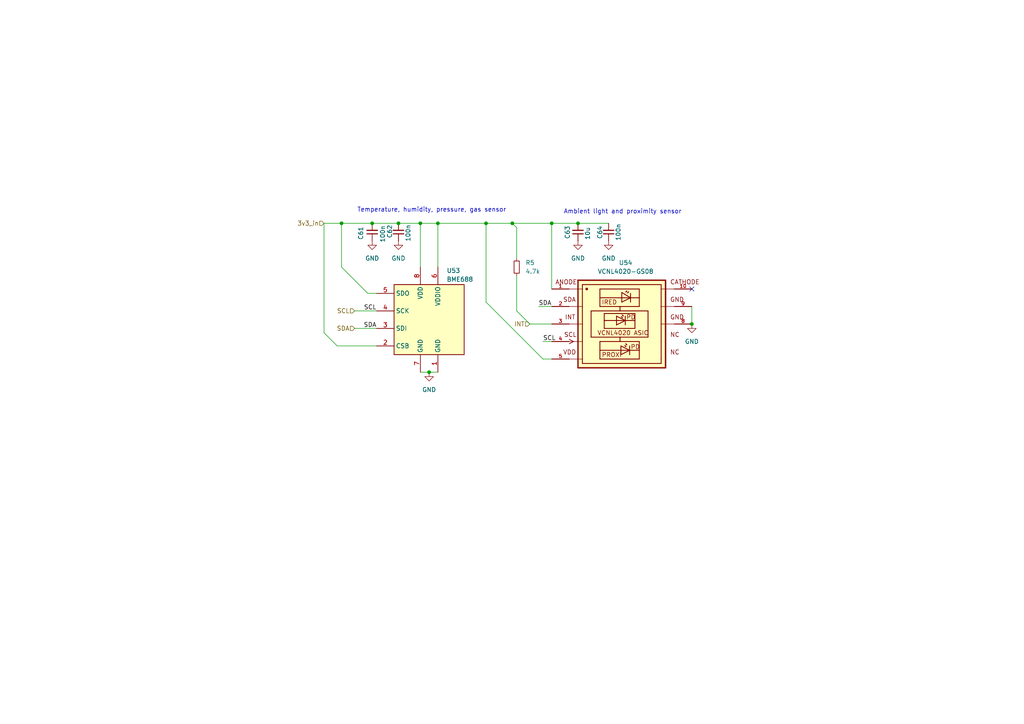
<source format=kicad_sch>
(kicad_sch (version 20250114) (generator "eeschema") (generator_version "9.0")
  (paper "A4")
  (title_block (title "QNOB") (date "2025-04-17") (rev "0.5") (company "12M Design") (comment 1 "Alper Basaran"))
  (lib_symbols
    (symbol "Device:C_Small" (pin_numbers (hide yes)) (pin_names (offset 0.254) (hide yes))
      (property "Reference" "C" (at 0.254 1.778 0))
      (property "Value" "C_Small" (at 0.254 -2.032 0))
      (symbol "C_Small_0_1"
        (polyline (pts (xy -1.524 0.508) (xy 1.524 0.508)) (stroke (width 0.3048)))
        (polyline (pts (xy -1.524 -0.508) (xy 1.524 -0.508)) (stroke (width 0.3302)))
      )
      (symbol "C_Small_1_1"
        (pin passive line (at 0 2.54 270) (length 2.032) (name "~") (number "1"))
        (pin passive line (at 0 -2.54 90) (length 2.032) (name "~") (number "2"))
      )
    )
    (symbol "Device:R_Small" (pin_numbers (hide yes)) (pin_names (offset 0.254) (hide yes))
      (property "Reference" "R" (at 0.762 0.508 0))
      (property "Value" "R_Small" (at 0.762 -1.016 0))
      (symbol "R_Small_0_1"
        (rectangle (start -0.762 1.778) (end 0.762 -1.778) (stroke (width 0.2032)))
      )
      (symbol "R_Small_1_1"
        (pin passive line (at 0 2.54 270) (length 0.762) (name "~") (number "1"))
        (pin passive line (at 0 -2.54 90) (length 0.762) (name "~") (number "2"))
      )
    )
    (symbol "Sensor:BME680"
      (property "Reference" "U" (at -8.89 11.43 0))
      (property "Value" "BME680" (at 7.62 11.43 0))
      (symbol "BME680_0_1"
        (rectangle (start -10.16 10.16) (end 10.16 -10.16) (stroke (width 0.254)) (fill (type background)))
      )
      (symbol "BME680_1_1"
        (pin power_in line (at -2.54 15.24 270) (length 5.08) (name "VDDIO") (number "6"))
        (pin power_in line (at -2.54 -15.24 90) (length 5.08) (name "GND") (number "1"))
        (pin power_in line (at 2.54 15.24 270) (length 5.08) (name "VDD") (number "8"))
        (pin power_in line (at 2.54 -15.24 90) (length 5.08) (name "GND") (number "7"))
        (pin bidirectional line (at 15.24 7.62 180) (length 5.08) (name "SDO") (number "5"))
        (pin input line (at 15.24 2.54 180) (length 5.08) (name "SCK") (number "4"))
        (pin bidirectional line (at 15.24 -2.54 180) (length 5.08) (name "SDI") (number "3"))
        (pin input line (at 15.24 -7.62 180) (length 5.08) (name "CSB") (number "2"))
      )
    )
    (symbol "custom_sensors:VCNL4020-GS08" (pin_names (offset 1.016))
      (property "Reference" "U" (at -5.0883 13.9929 0))
      (property "Value" "VCNL4020-GS08" (at -6.3577 -15.2585 0))
      (symbol "VCNL4020-GS08_0_0"
        (rectangle (start -12.7 -12.7) (end 12.7 12.7) (stroke (width 0.4064)) (fill (type background)))
        (polyline (pts (xy -11.43 11.43) (xy -11.43 10.16)) (stroke (width 0.254)))
        (polyline (pts (xy -11.43 10.16) (xy -20.32 10.16)) (stroke (width 0.1524)))
        (polyline (pts (xy -11.43 10.16) (xy -11.43 5.08)) (stroke (width 0.254)))
        (polyline (pts (xy -11.43 5.08) (xy -20.32 5.08)) (stroke (width 0.1524)))
        (polyline (pts (xy -11.43 5.08) (xy -11.43 0)) (stroke (width 0.254)))
        (polyline (pts (xy -11.43 0) (xy -20.32 0)) (stroke (width 0.1524)))
        (polyline (pts (xy -11.43 0) (xy -11.43 -5.08)) (stroke (width 0.254)))
        (polyline (pts (xy -11.43 -5.08) (xy -20.32 -5.08)) (stroke (width 0.1524)))
        (polyline (pts (xy -11.43 -5.08) (xy -11.43 -10.16)) (stroke (width 0.254)))
        (polyline (pts (xy -11.43 -10.16) (xy -20.32 -10.16)) (stroke (width 0.1524)))
        (polyline (pts (xy -11.43 -10.16) (xy -11.43 -11.43)) (stroke (width 0.254)))
        (polyline (pts (xy -11.43 -11.43) (xy 11.43 -11.43)) (stroke (width 0.254)))
        (circle (center -10.16 10.16) (radius 0.127) (stroke (width 0.254)))
        (circle (center -10.16 10.16) (radius 0.254) (stroke (width 0.254)))
        (polyline (pts (xy -8.89 -3.81) (xy -8.89 3.81)) (stroke (width 0.254)))
        (polyline (pts (xy -8.89 -3.81) (xy -0.508 -3.81)) (stroke (width 0.254)))
        (polyline (pts (xy -6.35 10.16) (xy -6.35 7.62)) (stroke (width 0.254)))
        (polyline (pts (xy -6.35 7.62) (xy -6.35 5.08)) (stroke (width 0.254)))
        (polyline (pts (xy -6.35 7.62) (xy 2.54 7.62)) (stroke (width 0.254)))
        (polyline (pts (xy -6.35 5.08) (xy -0.508 5.08)) (stroke (width 0.254)))
        (polyline (pts (xy -6.35 -5.08) (xy -0.508 -5.08)) (stroke (width 0.254)))
        (polyline (pts (xy -6.35 -7.62) (xy -6.35 -5.08)) (stroke (width 0.254)))
        (polyline (pts (xy -6.35 -10.16) (xy -6.35 -7.62)) (stroke (width 0.254)))
        (polyline (pts (xy -5.08 3.048) (xy -5.08 1.016)) (stroke (width 0.254)))
        (polyline (pts (xy -5.08 1.016) (xy -5.08 -1.27)) (stroke (width 0.254)))
        (polyline (pts (xy -5.08 1.016) (xy 1.016 1.016)) (stroke (width 0.254)))
        (polyline (pts (xy -5.08 -1.27) (xy 3.81 -1.27)) (stroke (width 0.254)))
        (polyline (pts (xy -1.524 2.286) (xy -1.524 -0.254)) (stroke (width 0.254)))
        (polyline (pts (xy -1.524 -0.254) (xy 1.016 1.016)) (stroke (width 0.254)))
        (polyline (pts (xy -0.508 5.08) (xy 5.08 5.08)) (stroke (width 0.254)))
        (polyline (pts (xy -0.508 3.81) (xy -8.89 3.81)) (stroke (width 0.254)))
        (polyline (pts (xy -0.508 3.81) (xy -0.508 5.08)) (stroke (width 0.254)))
        (polyline (pts (xy -0.508 -3.81) (xy -0.508 -5.08)) (stroke (width 0.254)))
        (polyline (pts (xy -0.508 -3.81) (xy 7.62 -3.81)) (stroke (width 0.254)))
        (polyline (pts (xy -0.508 -5.08) (xy 5.08 -5.08)) (stroke (width 0.254)))
        (polyline (pts (xy -0.254 2.286) (xy 0.254 1.778)) (stroke (width 0.127)))
        (polyline (pts (xy -0.254 -6.35) (xy -0.254 -8.89)) (stroke (width 0.254)))
        (polyline (pts (xy -0.254 -8.89) (xy 2.286 -7.62)) (stroke (width 0.254)))
        (polyline (pts (xy -0.127 1.9304) (xy 0.254 1.778)) (stroke (width 0.127)))
        (polyline (pts (xy 0 9.144) (xy 2.54 7.62)) (stroke (width 0.254)))
        (polyline (pts (xy 0 6.35) (xy 0 9.144)) (stroke (width 0.254)))
        (polyline (pts (xy 0 2.794) (xy 0.508 2.286)) (stroke (width 0.127)))
        (polyline (pts (xy 0.1016 2.1336) (xy -0.127 1.9304)) (stroke (width 0.127)))
        (polyline (pts (xy 0.127 2.4384) (xy 0.508 2.286)) (stroke (width 0.127)))
        (polyline (pts (xy 0.254 1.778) (xy 0.1016 2.1336)) (stroke (width 0.127)))
        (polyline (pts (xy 0.3556 2.6416) (xy 0.127 2.4384)) (stroke (width 0.127)))
        (polyline (pts (xy 0.508 2.286) (xy 0.3556 2.6416)) (stroke (width 0.127)))
        (polyline (pts (xy 0.762 -6.096) (xy 1.27 -6.604)) (stroke (width 0.127)))
        (polyline (pts (xy 0.889 -6.4516) (xy 1.27 -6.604)) (stroke (width 0.127)))
        (polyline (pts (xy 1.016 9.144) (xy 1.524 9.652)) (stroke (width 0.127)))
        (polyline (pts (xy 1.016 1.016) (xy -1.524 2.286)) (stroke (width 0.254)))
        (polyline (pts (xy 1.016 1.016) (xy 1.016 2.286)) (stroke (width 0.254)))
        (polyline (pts (xy 1.016 1.016) (xy 3.81 1.016)) (stroke (width 0.254)))
        (polyline (pts (xy 1.016 -0.254) (xy 1.016 1.016)) (stroke (width 0.254)))
        (polyline (pts (xy 1.016 -5.588) (xy 1.524 -6.096)) (stroke (width 0.127)))
        (polyline (pts (xy 1.1176 -6.2484) (xy 0.889 -6.4516)) (stroke (width 0.127)))
        (polyline (pts (xy 1.143 -5.9436) (xy 1.524 -6.096)) (stroke (width 0.127)))
        (polyline (pts (xy 1.1684 9.4996) (xy 1.3716 9.271)) (stroke (width 0.127)))
        (polyline (pts (xy 1.27 -6.604) (xy 1.1176 -6.2484)) (stroke (width 0.127)))
        (polyline (pts (xy 1.3716 9.271) (xy 1.524 9.652)) (stroke (width 0.127)))
        (polyline (pts (xy 1.3716 -5.7404) (xy 1.143 -5.9436)) (stroke (width 0.127)))
        (polyline (pts (xy 1.524 9.652) (xy 1.1684 9.4996)) (stroke (width 0.127)))
        (polyline (pts (xy 1.524 8.89) (xy 2.032 9.398)) (stroke (width 0.127)))
        (polyline (pts (xy 1.524 -6.096) (xy 1.3716 -5.7404)) (stroke (width 0.127)))
        (polyline (pts (xy 1.6764 9.2456) (xy 1.8796 9.017)) (stroke (width 0.127)))
        (polyline (pts (xy 1.8796 9.017) (xy 2.032 9.398)) (stroke (width 0.127)))
        (polyline (pts (xy 2.032 9.398) (xy 1.6764 9.2456)) (stroke (width 0.127)))
        (polyline (pts (xy 2.286 -7.62) (xy -6.35 -7.62)) (stroke (width 0.254)))
        (polyline (pts (xy 2.286 -7.62) (xy -0.254 -6.35)) (stroke (width 0.254)))
        (polyline (pts (xy 2.286 -7.62) (xy 2.286 -6.35)) (stroke (width 0.254)))
        (polyline (pts (xy 2.286 -8.89) (xy 2.286 -7.62)) (stroke (width 0.254)))
        (polyline (pts (xy 2.54 7.62) (xy 0 6.35)) (stroke (width 0.254)))
        (polyline (pts (xy 2.54 7.62) (xy 2.54 8.89)) (stroke (width 0.254)))
        (polyline (pts (xy 2.54 7.62) (xy 2.54 6.35)) (stroke (width 0.254)))
        (polyline (pts (xy 2.54 7.62) (xy 5.08 7.62)) (stroke (width 0.254)))
        (polyline (pts (xy 3.81 3.048) (xy -5.08 3.048)) (stroke (width 0.254)))
        (polyline (pts (xy 3.81 1.016) (xy 3.81 3.048)) (stroke (width 0.254)))
        (polyline (pts (xy 3.81 -1.27) (xy 3.81 1.016)) (stroke (width 0.254)))
        (polyline (pts (xy 5.08 10.16) (xy -6.35 10.16)) (stroke (width 0.254)))
        (polyline (pts (xy 5.08 7.62) (xy 5.08 10.16)) (stroke (width 0.254)))
        (polyline (pts (xy 5.08 5.08) (xy 5.08 7.62)) (stroke (width 0.254)))
        (polyline (pts (xy 5.08 -5.08) (xy 5.08 -7.62)) (stroke (width 0.254)))
        (polyline (pts (xy 5.08 -7.62) (xy 2.286 -7.62)) (stroke (width 0.254)))
        (polyline (pts (xy 5.08 -7.62) (xy 5.08 -10.16)) (stroke (width 0.254)))
        (polyline (pts (xy 5.08 -10.16) (xy -6.35 -10.16)) (stroke (width 0.254)))
        (polyline (pts (xy 7.62 3.81) (xy -0.508 3.81)) (stroke (width 0.254)))
        (polyline (pts (xy 7.62 -3.81) (xy 7.62 3.81)) (stroke (width 0.254)))
        (polyline (pts (xy 11.43 11.43) (xy -11.43 11.43)) (stroke (width 0.254)))
        (polyline (pts (xy 11.43 10.16) (xy 11.43 11.43)) (stroke (width 0.254)))
        (polyline (pts (xy 11.43 5.08) (xy 11.43 10.16)) (stroke (width 0.254)))
        (polyline (pts (xy 11.43 0) (xy 11.43 5.08)) (stroke (width 0.254)))
        (polyline (pts (xy 11.43 0) (xy 20.32 0)) (stroke (width 0.1524)))
        (polyline (pts (xy 11.43 -5.08) (xy 11.43 0)) (stroke (width 0.254)))
        (polyline (pts (xy 11.43 -10.16) (xy 11.43 -5.08)) (stroke (width 0.254)))
        (polyline (pts (xy 11.43 -11.43) (xy 11.43 -10.16)) (stroke (width 0.254)))
        (polyline (pts (xy 20.32 10.16) (xy 11.43 10.16)) (stroke (width 0.1524)))
        (polyline (pts (xy 20.32 5.08) (xy 11.43 5.08)) (stroke (width 0.1524)))
        (text "ANODE" (at -19.3248 11.4423 0) (effects (font (size 1.2714 1.2714)) (justify left bottom)))
        (text "SDA" (at -17.046 6.3605 0) (effects (font (size 1.2721 1.2721)) (justify left bottom)))
        (text "VDD" (at -17.0444 -8.9038 0) (effects (font (size 1.272 1.272)) (justify left bottom)))
        (text "SCL" (at -16.7812 -3.8139 0) (effects (font (size 1.2713 1.2713)) (justify left bottom)))
        (text "INT" (at -16.5173 1.2706 0) (effects (font (size 1.2706 1.2706)) (justify left bottom)))
        (text "VCNL4020 ASIC" (at -7.1173 -3.3045 0) (effects (font (size 1.2709 1.2709)) (justify left bottom)))
        (text "PROXI" (at -5.8489 -9.6634 0) (effects (font (size 1.2715 1.2715)) (justify left bottom)))
        (text "IRED" (at -5.848 5.5937 0) (effects (font (size 1.2713 1.2713)) (justify left bottom)))
        (text "PD" (at 1.2701 1.2701 0) (effects (font (size 1.2701 1.2701)) (justify left bottom)))
        (text "PD" (at 2.5403 -7.3667 0) (effects (font (size 1.2701 1.2701)) (justify left bottom)))
        (text "NC" (at 13.984 -8.8989 0) (effects (font (size 1.2713 1.2713)) (justify left bottom)))
        (text "GND" (at 13.9891 1.2717 0) (effects (font (size 1.2717 1.2717)) (justify left bottom)))
        (text "GND" (at 13.9904 6.3593 0) (effects (font (size 1.2719 1.2719)) (justify left bottom)))
        (text "CATHODE" (at 13.9946 11.4501 0) (effects (font (size 1.2722 1.2722)) (justify left bottom)))
        (text "NC" (at 13.9946 -3.8167 0) (effects (font (size 1.2722 1.2722)) (justify left bottom)))
        (pin passive line (at -20.32 10.16 0) (length 5.08) (name "~") (number "1"))
        (pin bidirectional line (at -20.32 5.08 0) (length 5.08) (name "~") (number "2"))
        (pin output line (at -20.32 0 0) (length 5.08) (name "~") (number "3"))
        (pin input clock (at -20.32 -5.08 0) (length 5.08) (name "~") (number "4"))
        (pin power_in line (at -20.32 -10.16 0) (length 5.08) (name "~") (number "5"))
        (pin passive line (at 20.32 10.16 180) (length 5.08) (name "~") (number "10"))
        (pin power_in line (at 20.32 5.08 180) (length 5.08) (name "~") (number "9"))
        (pin power_in line (at 20.32 0 180) (length 5.08) (name "~") (number "8"))
      )
    )
    (symbol "power:GND" (power) (pin_numbers (hide yes)) (pin_names (offset 0) (hide yes))
      (property "Value" "GND" (at 0 -3.81 0))
      (symbol "GND_0_1"
        (polyline (pts (xy 0 0) (xy 0 -1.27) (xy 1.27 -1.27) (xy 0 -2.54) (xy -1.27 -1.27) (xy 0 -1.27)))
      )
      (symbol "GND_1_1"
        (pin power_in line (at 0 0 270) (length 0) (name "~") (number "1"))
      )
    )
  )
  (text "Ambient light and proximity sensor" (at 180.594 61.468 0) (effects (font (size 1.27 1.27))))
  (text "Temperature, humidity, pressure, gas sensor" (at 125.222 60.96 0) (effects (font (size 1.27 1.27))))
  (junction (at 127 64.77))
  (junction (at 167.64 64.77))
  (junction (at 99.06 64.77))
  (junction (at 160.02 64.77))
  (junction (at 148.59 64.77))
  (junction (at 121.92 64.77))
  (junction (at 115.57 64.77))
  (junction (at 124.46 107.95))
  (junction (at 200.66 93.98))
  (junction (at 140.97 64.77))
  (junction (at 107.95 64.77))
  (no_connect (at 200.66 83.82))
  (wire (pts (xy 102.87 95.25) (xy 109.22 95.25)))
  (wire (pts (xy 107.95 64.77) (xy 115.57 64.77)))
  (wire (pts (xy 160.02 64.77) (xy 160.02 83.82)))
  (wire (pts (xy 167.64 64.77) (xy 176.53 64.77)))
  (wire (pts (xy 106.68 85.09) (xy 109.22 85.09)))
  (wire (pts (xy 121.92 107.95) (xy 124.46 107.95)))
  (wire (pts (xy 106.68 85.09) (xy 99.06 77.47)))
  (wire (pts (xy 140.97 64.77) (xy 148.59 64.77)))
  (wire (pts (xy 99.06 64.77) (xy 99.06 77.47)))
  (wire (pts (xy 127 64.77) (xy 127 77.47)))
  (wire (pts (xy 109.22 100.33) (xy 97.79 100.33)))
  (wire (pts (xy 140.97 87.63) (xy 157.48 104.14)))
  (wire (pts (xy 149.86 90.17) (xy 153.67 93.98)))
  (wire (pts (xy 160.02 104.14) (xy 157.48 104.14)))
  (wire (pts (xy 93.98 64.77) (xy 99.06 64.77)))
  (wire (pts (xy 99.06 64.77) (xy 107.95 64.77)))
  (wire (pts (xy 124.46 107.95) (xy 127 107.95)))
  (wire (pts (xy 148.59 64.77) (xy 160.02 64.77)))
  (wire (pts (xy 97.79 100.33) (xy 93.98 96.52)))
  (wire (pts (xy 121.92 64.77) (xy 127 64.77)))
  (wire (pts (xy 156.21 88.9) (xy 160.02 88.9)))
  (wire (pts (xy 121.92 64.77) (xy 121.92 77.47)))
  (wire (pts (xy 157.48 99.06) (xy 160.02 99.06)))
  (wire (pts (xy 149.86 66.04) (xy 148.59 64.77)))
  (wire (pts (xy 149.86 74.93) (xy 149.86 66.04)))
  (wire (pts (xy 140.97 64.77) (xy 140.97 87.63)))
  (wire (pts (xy 102.87 90.17) (xy 109.22 90.17)))
  (wire (pts (xy 115.57 64.77) (xy 121.92 64.77)))
  (wire (pts (xy 200.66 88.9) (xy 200.66 93.98)))
  (wire (pts (xy 153.67 93.98) (xy 160.02 93.98)))
  (wire (pts (xy 93.98 64.77) (xy 93.98 96.52)))
  (wire (pts (xy 127 64.77) (xy 140.97 64.77)))
  (wire (pts (xy 160.02 64.77) (xy 167.64 64.77)))
  (wire (pts (xy 149.86 80.01) (xy 149.86 90.17)))
  (label "SDA" (at 156.21 88.9 0))
  (label "SDA" (at 109.22 95.25 180))
  (label "SCL" (at 157.48 99.06 0))
  (label "SCL" (at 109.22 90.17 180))
  (hierarchical_label "INT" (shape input) (at 153.67 93.98 180))
  (hierarchical_label "3v3_in" (shape input) (at 93.98 64.77 180))
  (hierarchical_label "SCL" (shape input) (at 102.87 90.17 180))
  (hierarchical_label "SDA" (shape input) (at 102.87 95.25 180))
  (symbol (lib_id "power:GND") (at 167.64 69.85 0) (unit 1)
    (property "Reference" "#PWR061" (effects (hide yes)))
    (property "Value" "GND" (at 167.64 74.93 0))
    (property "Description" "Power symbol creates a global label with name \"GND\" , ground" (effects (hide yes)))
  )
  (symbol (lib_id "Device:C_Small") (at 176.53 67.31 180) (unit 1)
    (property "Reference" "C64" (at 173.99 69.342 90) (effects (justify right)))
    (property "Value" "100n" (at 179.324 69.85 90) (effects (justify right)))
    (property "Footprint" "Capacitor_SMD:C_0402_1005Metric" (effects (hide yes)))
    (property "Description" "Unpolarized capacitor, small symbol" (effects (hide yes)))
  )
  (symbol (lib_id "power:GND") (at 107.95 69.85 0) (unit 1)
    (property "Reference" "#PWR058" (effects (hide yes)))
    (property "Value" "GND" (at 107.95 74.93 0))
    (property "Description" "Power symbol creates a global label with name \"GND\" , ground" (effects (hide yes)))
  )
  (symbol (lib_id "Device:R_Small") (at 149.86 77.47 180) (unit 1)
    (property "Reference" "R5" (at 152.4 76.1999 0) (effects (justify right)))
    (property "Value" "4.7k" (at 152.4 78.7399 0) (effects (justify right)))
    (property "Footprint" "Resistor_SMD:R_0402_1005Metric" (effects (hide yes)))
  )
  (symbol (lib_id "Device:C_Small") (at 167.64 67.31 180) (unit 1)
    (property "Reference" "C63" (at 164.592 69.342 90) (effects (justify right)))
    (property "Value" "10u" (at 170.434 69.596 90) (effects (justify right)))
    (property "Footprint" "Capacitor_SMD:C_0402_1005Metric" (effects (hide yes)))
    (property "Description" "Unpolarized capacitor, small symbol" (effects (hide yes)))
  )
  (symbol (lib_id "Device:C_Small") (at 107.95 67.31 180) (unit 1)
    (property "Reference" "C61" (at 104.648 69.596 90) (effects (justify right)))
    (property "Value" "100n" (at 110.998 70.358 90) (effects (justify right)))
    (property "Footprint" "Capacitor_SMD:C_0402_1005Metric" (effects (hide yes)))
    (property "Description" "Unpolarized capacitor, small symbol" (effects (hide yes)))
  )
  (symbol (lib_id "power:GND") (at 176.53 69.85 0) (unit 1)
    (property "Reference" "#PWR062" (effects (hide yes)))
    (property "Value" "GND" (at 176.53 74.93 0))
    (property "Description" "Power symbol creates a global label with name \"GND\" , ground" (effects (hide yes)))
  )
  (symbol (lib_id "power:GND") (at 115.57 69.85 0) (unit 1)
    (property "Reference" "#PWR059" (effects (hide yes)))
    (property "Value" "GND" (at 115.57 74.93 0))
    (property "Description" "Power symbol creates a global label with name \"GND\" , ground" (effects (hide yes)))
  )
  (symbol (lib_id "power:GND") (at 124.46 107.95 0) (unit 1)
    (property "Reference" "#PWR060" (effects (hide yes)))
    (property "Value" "GND" (at 124.46 113.03 0))
    (property "Description" "Power symbol creates a global label with name \"GND\" , ground" (effects (hide yes)))
  )
  (symbol (lib_id "Device:C_Small") (at 115.57 67.31 180) (unit 1)
    (property "Reference" "C62" (at 113.03 69.088 90) (effects (justify right)))
    (property "Value" "100n" (at 118.364 70.104 90) (effects (justify right)))
    (property "Footprint" "Capacitor_SMD:C_0402_1005Metric" (effects (hide yes)))
    (property "Description" "Unpolarized capacitor, small symbol" (effects (hide yes)))
  )
  (symbol (lib_id "Sensor:BME680") (at 124.46 92.71 0) (mirror y) (unit 1)
    (property "Reference" "U53" (at 129.54 78.486 0) (effects (justify right)))
    (property "Value" "BME688" (at 129.54 81.026 0) (effects (justify right)))
    (property "Footprint" "Package_LGA:Bosch_LGA-8_3x3mm_P0.8mm_ClockwisePinNumbering" (effects (hide yes)))
    (property "Datasheet" "https://ae-bst.resource.bosch.com/media/_tech/media/datasheets/BST-BME680-DS001.pdf" (effects (hide yes)))
    (property "Description" "4-in-1 sensor, gas, humidity, pressure, temperature, I2C and SPI interface, 1.71-3.6V, LGA-8" (effects (hide yes)))
  )
  (symbol (lib_id "custom_sensors:VCNL4020-GS08") (at 180.34 93.98 0) (unit 1)
    (property "Reference" "U54" (at 181.4609 76.2 0))
    (property "Value" "VCNL4020-GS08" (at 181.4609 78.74 0))
    (property "Footprint" "custom:PHODET_VCNL4020" (effects (hide yes)))
    (property "MF" "Vishay Semiconductor" (effects (hide yes)))
    (property "Description_1" "Optical Sensor Ambient - I²C 10-VDFN" (effects (hide yes)))
    (property "Package" "VDFN-10 Vishay" (effects (hide yes)))
    (property "Price" "None" (effects (hide yes)))
    (property "Check_prices" "https://www.snapeda.com/parts/VCNL4020-GS08/Vishay/view-part/?ref=eda" (effects (hide yes)))
    (property "SnapEDA_Link" "https://www.snapeda.com/parts/VCNL4020-GS08/Vishay/view-part/?ref=snap" (effects (hide yes)))
    (property "MP" "VCNL4020-GS08" (effects (hide yes)))
    (property "Availability" "In Stock" (effects (hide yes)))
    (property "MANUFACTURER" "Vishay" (effects (hide yes)))
  )
  (symbol (lib_id "power:GND") (at 200.66 93.98 0) (unit 1)
    (property "Reference" "#PWR063" (effects (hide yes)))
    (property "Value" "GND" (at 200.66 99.06 0))
    (property "Description" "Power symbol creates a global label with name \"GND\" , ground" (effects (hide yes)))
  )
)
</source>
